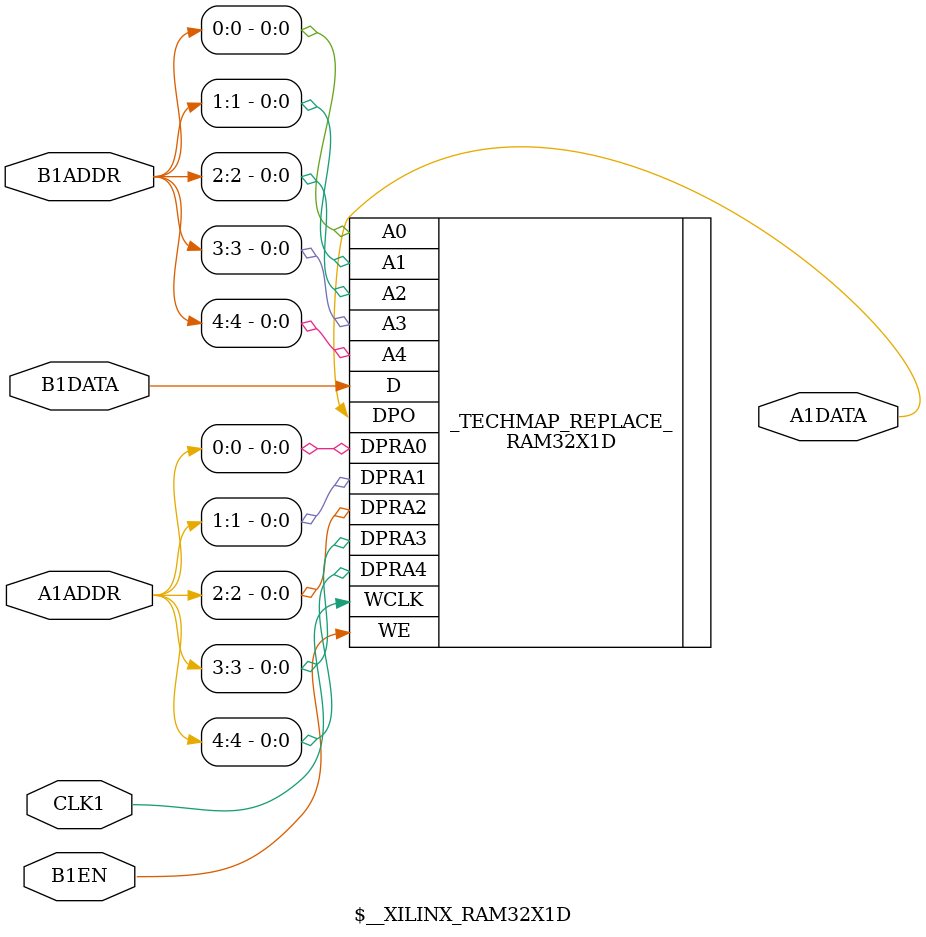
<source format=v>

module \$__XILINX_RAM32X1D (CLK1, A1ADDR, A1DATA, B1ADDR, B1DATA, B1EN);
	parameter [31:0] INIT = 32'bx;
	parameter CLKPOL2 = 1;
	input CLK1;

	input [4:0] A1ADDR;
	output A1DATA;

	input [4:0] B1ADDR;
	input B1DATA;
	input B1EN;

	RAM32X1D #(
		.INIT(INIT),
		.IS_WCLK_INVERTED(!CLKPOL2)
	) _TECHMAP_REPLACE_ (
		.DPRA0(A1ADDR[0]),
		.DPRA1(A1ADDR[1]),
		.DPRA2(A1ADDR[2]),
		.DPRA3(A1ADDR[3]),
		.DPRA4(A1ADDR[4]),
		.DPO(A1DATA),

		.A0(B1ADDR[0]),
		.A1(B1ADDR[1]),
		.A2(B1ADDR[2]),
		.A3(B1ADDR[3]),
		.A4(B1ADDR[4]),
		.D(B1DATA),
		.WCLK(CLK1),
		.WE(B1EN)
	);
endmodule


</source>
